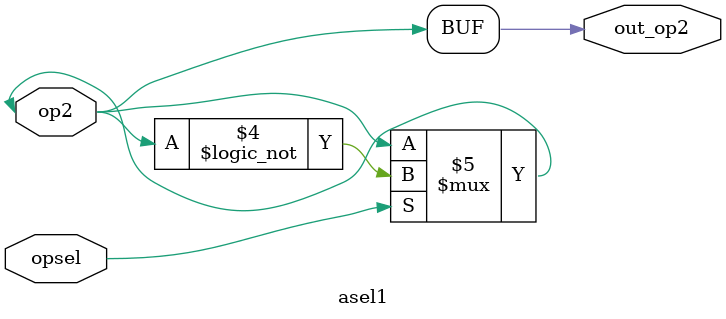
<source format=sv>
`timescale 1ns / 1ps

// mode 1 101 pass carry in as 1 
module asel1(opsel, op2, out_op2);
    input logic op2;
    input logic opsel;
    output logic out_op2;

 
 assign out_op2 = ((opsel==3'b000)? op2 : op2);
 assign out_op2 = ((opsel==3'b001)? (!op2) : op2);
 assign out_op2 = ((opsel==3'b010)? 0 : op2);
 assign out_op2 = ((opsel==3'b011)? (!op2) : op2);
 assign out_op2 = ((opsel==3'b100)? 0 : op2);
 assign out_op2 = ((opsel==3'b101)? 1 : op2);
 assign out_op2 = ((opsel==3'b110)? op2 : op2);

 
endmodule

</source>
